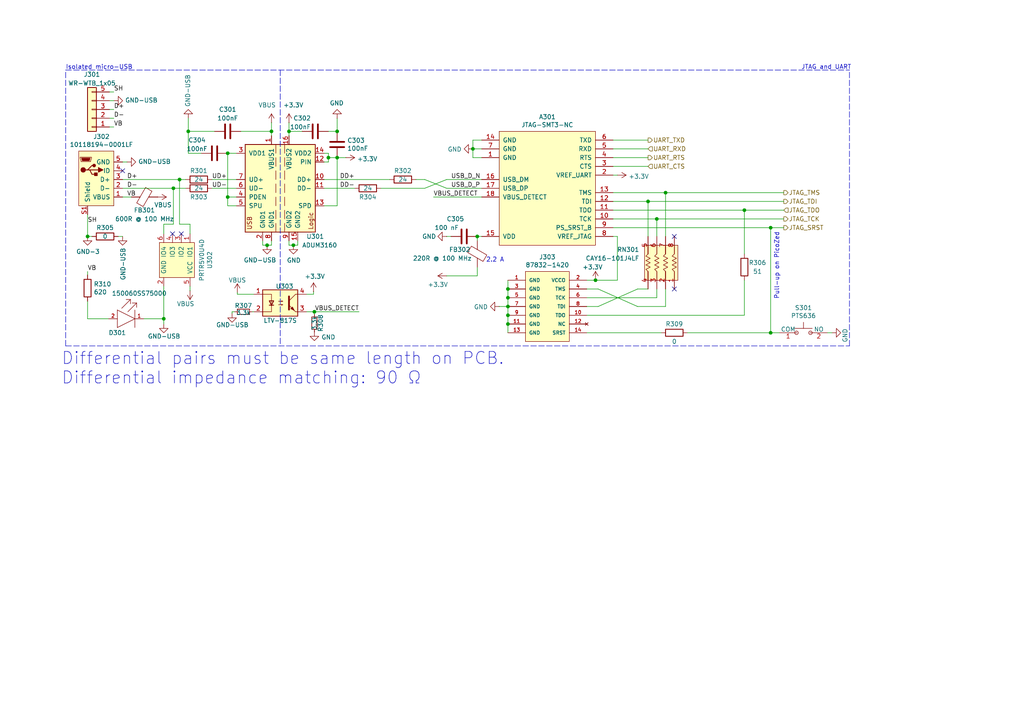
<source format=kicad_sch>
(kicad_sch (version 20231120) (generator "eeschema") (generator_version "8.0")
  (paper "A4")
  (title_block (title "Zynq-Based Master Controller") (date "2020-10-14") (rev "1.0") (company "JFH & SRM"))
  (lib_symbols
    (symbol "Connector_Generic:Conn_01x05" (pin_names (offset 1.016) hide)
      (property "Reference" "J" (at 0 7.62 0))
      (property "Value" "Conn_01x05" (at 0 -7.62 0))
      (symbol "Conn_01x05_1_1"
        (rectangle (start -1.27 -4.953) (end 0 -5.207) (stroke (width 0.1524)))
        (rectangle (start -1.27 -2.413) (end 0 -2.667) (stroke (width 0.1524)))
        (rectangle (start -1.27 0.127) (end 0 -0.127) (stroke (width 0.1524)))
        (rectangle (start -1.27 2.667) (end 0 2.413) (stroke (width 0.1524)))
        (rectangle (start -1.27 5.207) (end 0 4.953) (stroke (width 0.1524)))
        (rectangle (start -1.27 6.35) (end 1.27 -6.35) (stroke (width 0.254)) (fill (type background)))
        (pin passive line (at -5.08 5.08 0) (length 3.81) (name "Pin_1") (number "1"))
        (pin passive line (at -5.08 2.54 0) (length 3.81) (name "Pin_2") (number "2"))
        (pin passive line (at -5.08 0 0) (length 3.81) (name "Pin_3") (number "3"))
        (pin passive line (at -5.08 -2.54 0) (length 3.81) (name "Pin_4") (number "4"))
        (pin passive line (at -5.08 -5.08 0) (length 3.81) (name "Pin_5") (number "5"))
      )
    )
    (symbol "Device:C" (pin_numbers hide) (pin_names (offset 0.254))
      (property "Reference" "C" (at 0.635 2.54 0))
      (property "Value" "C" (at 0.635 -2.54 0))
      (symbol "C_0_1"
        (polyline (pts (xy -2.032 -0.762) (xy 2.032 -0.762)) (stroke (width 0.508)))
        (polyline (pts (xy -2.032 0.762) (xy 2.032 0.762)) (stroke (width 0.508)))
      )
      (symbol "C_1_1"
        (pin passive line (at 0 3.81 270) (length 2.794) (name "~") (number "1"))
        (pin passive line (at 0 -3.81 90) (length 2.794) (name "~") (number "2"))
      )
    )
    (symbol "Device:FerriteBead" (pin_numbers hide) (pin_names (offset 0))
      (property "Reference" "FB" (at -3.81 0.635 90))
      (property "Value" "FerriteBead" (at 3.81 0 90))
      (symbol "FerriteBead_0_1"
        (polyline (pts (xy 0 -1.27) (xy 0 -1.2192)))
        (polyline (pts (xy 0 1.27) (xy 0 1.2954)))
        (polyline (pts (xy -2.7686 0.4064) (xy -1.7018 2.2606) (xy 2.7686 -0.3048) (xy 1.6764 -2.159) (xy -2.7686 0.4064)))
      )
      (symbol "FerriteBead_1_1"
        (pin passive line (at 0 3.81 270) (length 2.54) (name "~") (number "1"))
        (pin passive line (at 0 -3.81 90) (length 2.54) (name "~") (number "2"))
      )
    )
    (symbol "Device:R" (pin_numbers hide) (pin_names (offset 0))
      (property "Reference" "R" (at 2.032 0 90))
      (property "Value" "R" (at 0 0 90))
      (symbol "R_0_1"
        (rectangle (start -1.016 -2.54) (end 1.016 2.54) (stroke (width 0.254)))
      )
      (symbol "R_1_1"
        (pin passive line (at 0 3.81 270) (length 1.27) (name "~") (number "1"))
        (pin passive line (at 0 -3.81 90) (length 1.27) (name "~") (number "2"))
      )
    )
    (symbol "Device:R_Small" (pin_numbers hide) (pin_names (offset 0.254) hide)
      (property "Reference" "R" (at 0.762 0.508 0))
      (property "Value" "R_Small" (at 0.762 -1.016 0))
      (symbol "R_Small_0_1"
        (rectangle (start -0.762 1.778) (end 0.762 -1.778) (stroke (width 0.2032)))
      )
      (symbol "R_Small_1_1"
        (pin passive line (at 0 2.54 270) (length 0.762) (name "~") (number "1"))
        (pin passive line (at 0 -2.54 90) (length 0.762) (name "~") (number "2"))
      )
    )
    (symbol "Interface_USB:ADUM3160" (pin_names (offset 1.016))
      (property "Reference" "U" (at -10.16 13.97 0))
      (property "Value" "ADUM3160" (at 3.81 13.97 0))
      (symbol "ADUM3160_0_0"
        (text "Logic" (at 8.89 -12.065 900) (effects (font (size 1.27 1.27)) (justify left)))
      )
      (symbol "ADUM3160_0_1"
        (rectangle (start -10.16 12.7) (end 10.16 -12.7) (stroke (width 0.254)) (fill (type background)))
        (polyline (pts (xy -1.27 -10.16) (xy -1.27 -12.7)))
        (polyline (pts (xy -1.27 -6.35) (xy -1.27 -8.89)))
        (polyline (pts (xy -1.27 -2.54) (xy -1.27 -5.08)))
        (polyline (pts (xy -1.27 1.27) (xy -1.27 -1.27)))
        (polyline (pts (xy -1.27 5.08) (xy -1.27 2.54)))
        (polyline (pts (xy -1.27 8.89) (xy -1.27 6.35)))
        (polyline (pts (xy -1.27 12.7) (xy -1.27 10.16)))
        (polyline (pts (xy 1.27 -10.16) (xy 1.27 -12.7)))
        (polyline (pts (xy 1.27 -6.35) (xy 1.27 -8.89)))
        (polyline (pts (xy 1.27 -2.54) (xy 1.27 -5.08)))
        (polyline (pts (xy 1.27 1.27) (xy 1.27 -1.27)))
        (polyline (pts (xy 1.27 5.08) (xy 1.27 2.54)))
        (polyline (pts (xy 1.27 8.89) (xy 1.27 6.35)))
        (polyline (pts (xy 1.27 12.7) (xy 1.27 10.16)))
      )
      (symbol "ADUM3160_1_0"
        (text "USB" (at -8.89 -12.065 900) (effects (font (size 1.27 1.27)) (justify left)))
      )
      (symbol "ADUM3160_1_1"
        (pin power_in line (at -2.54 15.24 270) (length 2.54) (name "VBUS1") (number "1"))
        (pin bidirectional line (at 12.7 2.54 180) (length 2.54) (name "DD+") (number "10"))
        (pin bidirectional line (at 12.7 0 180) (length 2.54) (name "DD-") (number "11"))
        (pin input line (at 12.7 7.62 180) (length 2.54) (name "PIN") (number "12"))
        (pin input line (at 12.7 -5.08 180) (length 2.54) (name "SPD") (number "13"))
        (pin power_in line (at 12.7 10.16 180) (length 2.54) (name "VDD2") (number "14"))
        (pin power_in line (at 5.08 -15.24 90) (length 2.54) (name "GND2") (number "15"))
        (pin power_in line (at 2.54 15.24 270) (length 2.54) (name "VBUS2") (number "16"))
        (pin power_in line (at -5.08 -15.24 90) (length 2.54) (name "GND1") (number "2"))
        (pin power_in line (at -12.7 10.16 0) (length 2.54) (name "VDD1") (number "3"))
        (pin input line (at -12.7 -2.54 0) (length 2.54) (name "PDEN") (number "4"))
        (pin input line (at -12.7 -5.08 0) (length 2.54) (name "SPU") (number "5"))
        (pin bidirectional line (at -12.7 0 0) (length 2.54) (name "UD-") (number "6"))
        (pin bidirectional line (at -12.7 2.54 0) (length 2.54) (name "UD+") (number "7"))
        (pin power_in line (at -2.54 -15.24 90) (length 2.54) (name "GND1") (number "8"))
        (pin power_in line (at 2.54 -15.24 90) (length 2.54) (name "GND2") (number "9"))
      )
    )
    (symbol "Isolator:LTV-817S" (pin_names (offset 1.016))
      (property "Reference" "U" (at -3.81 5.08 0))
      (property "Value" "LTV-817S" (at 0 -5.08 0))
      (symbol "LTV-817S_1_1"
        (rectangle (start -5.08 3.81) (end 5.08 -3.81) (stroke (width 0.254)) (fill (type background)))
        (polyline (pts (xy -3.175 -0.635) (xy -1.905 -0.635)) (stroke (width 0.254)))
        (polyline (pts (xy 2.54 0.635) (xy 4.445 2.54)))
        (polyline (pts (xy 4.445 -2.54) (xy 2.54 -0.635)) (fill (type outline)))
        (polyline (pts (xy 4.445 -2.54) (xy 5.08 -2.54)))
        (polyline (pts (xy 4.445 2.54) (xy 5.08 2.54)))
        (polyline (pts (xy -5.08 2.54) (xy -2.54 2.54) (xy -2.54 -0.762)))
        (polyline (pts (xy -2.54 -0.635) (xy -2.54 -2.54) (xy -5.08 -2.54)))
        (polyline (pts (xy 2.54 1.905) (xy 2.54 -1.905) (xy 2.54 -1.905)) (stroke (width 0.508)))
        (polyline (pts (xy -2.54 -0.635) (xy -3.175 0.635) (xy -1.905 0.635) (xy -2.54 -0.635)) (stroke (width 0.254)))
        (polyline (pts (xy -0.508 -0.508) (xy 0.762 -0.508) (xy 0.381 -0.635) (xy 0.381 -0.381) (xy 0.762 -0.508)))
        (polyline (pts (xy -0.508 0.508) (xy 0.762 0.508) (xy 0.381 0.381) (xy 0.381 0.635) (xy 0.762 0.508)))
        (polyline (pts (xy 3.048 -1.651) (xy 3.556 -1.143) (xy 4.064 -2.159) (xy 3.048 -1.651) (xy 3.048 -1.651)) (fill (type outline)))
        (pin passive line (at -7.62 2.54 0) (length 2.54) (name "~") (number "1"))
        (pin passive line (at -7.62 -2.54 0) (length 2.54) (name "~") (number "2"))
        (pin passive line (at 7.62 -2.54 180) (length 2.54) (name "~") (number "3"))
        (pin passive line (at 7.62 2.54 180) (length 2.54) (name "~") (number "4"))
      )
    )
    (symbol "Vikings_actives:PRTR5V0U4D" (pin_names (offset 1.016))
      (property "Reference" "U" (at -3.81 6.35 0))
      (property "Value" "PRTR5V0U4D" (at 0 -6.35 0))
      (symbol "PRTR5V0U4D_0_1"
        (rectangle (start -5.08 5.08) (end 5.08 -5.08) (fill (type background)))
      )
      (symbol "PRTR5V0U4D_1_1"
        (pin input line (at -7.62 3.81 0) (length 2.54) (name "IO1") (number "1"))
        (pin input line (at 7.62 -3.81 180) (length 2.54) (name "GND") (number "2"))
        (pin input line (at -7.62 1.27 0) (length 2.54) (name "IO2") (number "3"))
        (pin input line (at -7.62 -1.27 0) (length 2.54) (name "IO3") (number "4"))
        (pin input line (at 7.62 3.81 180) (length 2.54) (name "VCC") (number "5"))
        (pin input line (at -7.62 -3.81 0) (length 2.54) (name "IO4") (number "6"))
      )
    )
    (symbol "Vikings_connectors:87832-1420" (pin_names (offset 1.016))
      (property "Reference" "J" (at -6.096 10.668 0))
      (property "Value" "87832-1420" (at -6.604 -12.192 0))
      (symbol "87832-1420_0_0"
        (pin passive line (at -11.43 7.62 0) (length 5.08) (name "GND") (number "1"))
        (pin passive line (at 11.43 -2.54 180) (length 5.08) (name "TDO") (number "10"))
        (pin passive line (at -11.43 -5.08 0) (length 5.08) (name "GND") (number "11"))
        (pin no_connect line (at 11.43 -5.08 180) (length 5.08) (name "NC") (number "12"))
        (pin passive line (at -11.43 -7.62 0) (length 5.08) (name "GND") (number "13"))
        (pin passive line (at 11.43 -7.62 180) (length 5.08) (name "SRST") (number "14"))
        (pin passive line (at 11.43 7.62 180) (length 5.08) (name "VCCO") (number "2"))
        (pin passive line (at -11.43 5.08 0) (length 5.08) (name "GND") (number "3"))
        (pin passive line (at 11.43 5.08 180) (length 5.08) (name "TMS") (number "4"))
        (pin passive line (at -11.43 2.54 0) (length 5.08) (name "GND") (number "5"))
        (pin passive line (at 11.43 2.54 180) (length 5.08) (name "TCK") (number "6"))
        (pin passive line (at -11.43 0 0) (length 5.08) (name "GND") (number "7"))
        (pin passive line (at 11.43 0 180) (length 5.08) (name "TDI") (number "8"))
        (pin passive line (at -11.43 -2.54 0) (length 5.08) (name "GND") (number "9"))
      )
      (symbol "87832-1420_0_1"
        (rectangle (start -6.35 10.16) (end 6.35 -10.16) (fill (type background)))
      )
    )
    (symbol "Vikings_connectors:Amphenol_10118194-0001LF" (pin_names (offset 1.016))
      (property "Reference" "J" (at -8.89 6.985 0))
      (property "Value" "Amphenol_10118194-0001LF" (at -21.59 4.445 0))
      (symbol "Amphenol_10118194-0001LF_1_1"
        (rectangle (start -12.7 3.175) (end -2.54 -12.7) (fill (type background)))
        (circle (center -11.43 -2.286) (radius 0.635) (stroke (width 0.254)) (fill (type outline)))
        (circle (center -8.255 -1.016) (radius 0.381) (stroke (width 0.254)) (fill (type outline)))
        (rectangle (start -7.366 -3.175) (end -8.128 -3.937) (stroke (width 0.254)) (fill (type outline)))
        (polyline (pts (xy -9.525 -2.286) (xy -6.985 -2.286)) (stroke (width 0.254)))
        (polyline (pts (xy -10.795 -2.286) (xy -10.16 -2.286) (xy -8.89 -1.016) (xy -8.255 -1.016)) (stroke (width 0.254)))
        (polyline (pts (xy -10.16 -2.286) (xy -9.525 -2.286) (xy -8.89 -3.556) (xy -7.62 -3.556)) (stroke (width 0.254)))
        (polyline (pts (xy -6.985 -1.651) (xy -6.985 -2.921) (xy -5.715 -2.286) (xy -6.985 -1.651)) (stroke (width 0.254)) (fill (type outline)))
        (polyline (pts (xy -11.938 1.143) (xy -9.398 1.143) (xy -9.652 0.381) (xy -11.684 0.381) (xy -11.938 1.143)) (fill (type outline)))
        (polyline (pts (xy -12.319 1.397) (xy -12.319 1.143) (xy -12.065 0.381) (xy -12.065 0.127) (xy -9.271 0.127) (xy -9.271 0.381) (xy -9.017 1.143) (xy -9.017 1.397) (xy -12.319 1.397)))
        (pin power_out line (at 0 -10.16 180) (length 2.54) (name "VBUS") (number "1"))
        (pin bidirectional line (at 0 -7.62 180) (length 2.54) (name "D-") (number "2"))
        (pin bidirectional line (at 0 -5.08 180) (length 2.54) (name "D+") (number "3"))
        (pin passive line (at 0 -2.54 180) (length 2.54) (name "ID") (number "4"))
        (pin power_out line (at 0 0 180) (length 2.54) (name "GND") (number "5"))
        (pin passive line (at -10.16 -15.24 90) (length 2.54) (name "Shield") (number "S1"))
      )
    )
    (symbol "Vikings_misc:GND-3" (power) (pin_names (offset 0))
      (property "Value" "GND-3" (at 0 -3.81 0))
      (symbol "GND-3_0_1"
        (polyline (pts (xy 0 0) (xy 0 -1.27) (xy 1.27 -1.27) (xy 0 -2.54) (xy -1.27 -1.27) (xy 0 -1.27)))
      )
      (symbol "GND-3_1_1"
        (pin power_in line (at 0 0 270) (length 0) hide (name "GND-3") (number "1"))
      )
    )
    (symbol "Vikings_misc:GND-USB" (power) (pin_names (offset 0))
      (property "Value" "GND-USB" (at 0 -3.81 0))
      (symbol "GND-USB_0_1"
        (polyline (pts (xy 0 0) (xy 0 -1.27) (xy 1.27 -1.27) (xy 0 -2.54) (xy -1.27 -1.27) (xy 0 -1.27)))
      )
      (symbol "GND-USB_1_1"
        (pin power_in line (at 0 0 270) (length 0) hide (name "GND-USB") (number "1"))
      )
    )
    (symbol "Vikings_misc:JTAG-SMT3-NC" (pin_names (offset 1.016))
      (property "Reference" "A" (at -11.43 -17.78 0))
      (property "Value" "JTAG-SMT3-NC" (at 0 17.78 0))
      (symbol "JTAG-SMT3-NC_0_1"
        (rectangle (start -13.97 16.51) (end 13.97 -16.51) (fill (type background)))
      )
      (symbol "JTAG-SMT3-NC_1_1"
        (pin input line (at 19.05 -8.89 180) (length 5.08) (name "GND") (number "1"))
        (pin input line (at -19.05 8.89 0) (length 5.08) (name "TCK") (number "10"))
        (pin input line (at -19.05 6.35 0) (length 5.08) (name "TDO") (number "11"))
        (pin input line (at -19.05 3.81 0) (length 5.08) (name "TDI") (number "12"))
        (pin input line (at -19.05 1.27 0) (length 5.08) (name "TMS") (number "13"))
        (pin input line (at 19.05 -13.97 180) (length 5.08) (name "GND") (number "14"))
        (pin input line (at 19.05 13.97 180) (length 5.08) (name "VDD") (number "15"))
        (pin input line (at 19.05 -2.54 180) (length 5.08) (name "USB_DM") (number "16"))
        (pin input line (at 19.05 0 180) (length 5.08) (name "USB_DP") (number "17"))
        (pin input line (at 19.05 2.54 180) (length 5.08) (name "VBUS_DETECT") (number "18"))
        (pin input line (at -19.05 -3.81 0) (length 5.08) (name "VREF_UART") (number "2"))
        (pin input line (at -19.05 -6.35 0) (length 5.08) (name "CTS") (number "3"))
        (pin input line (at -19.05 -8.89 0) (length 5.08) (name "RTS") (number "4"))
        (pin input line (at -19.05 -11.43 0) (length 5.08) (name "RXD") (number "5"))
        (pin input line (at -19.05 -13.97 0) (length 5.08) (name "TXD") (number "6"))
        (pin input line (at 19.05 -11.43 180) (length 5.08) (name "GND") (number "7"))
        (pin input line (at -19.05 13.97 0) (length 5.08) (name "VREF_JTAG") (number "8"))
        (pin input line (at -19.05 11.43 0) (length 5.08) (name "PS_SRST_B") (number "9"))
      )
    )
    (symbol "Vikings_misc:PTS636_SK43_SMTR_LFS" (pin_names (offset 0))
      (property "Reference" "S" (at 19.05 7.62 0))
      (property "Value" "PTS636_SK43_SMTR_LFS" (at 19.05 5.08 0))
      (symbol "PTS636_SK43_SMTR_LFS_1_1"
        (polyline (pts (xy 6.985 1.27) (xy 6.985 3.048)))
        (polyline (pts (xy 9.525 1.27) (xy 4.445 1.27)))
        (circle (center 4.953 0) (radius 0.508))
        (circle (center 9.017 0) (radius 0.508))
        (pin passive line (at 0 0 0) (length 5.08) (name "COM") (number "1"))
        (pin passive line (at 13.97 0 180) (length 5.08) (name "NO") (number "2"))
      )
    )
    (symbol "Vikings_passives:150060SS75000" (pin_names (offset 1.016))
      (property "Reference" "LED" (at 0 10.16 0))
      (property "Value" "150060SS75000" (at 0 12.7 0))
      (symbol "150060SS75000_1_1"
        (polyline (pts (xy 0 -2.54) (xy 5.08 0)))
        (polyline (pts (xy 0 2.54) (xy 0 -2.54)))
        (polyline (pts (xy 0 2.54) (xy 5.08 0)))
        (polyline (pts (xy 1.27 3.048) (xy 3.81 5.588)))
        (polyline (pts (xy 3.048 2.032) (xy 5.588 4.572)))
        (polyline (pts (xy 3.81 5.588) (xy 2.54 5.588)))
        (polyline (pts (xy 3.81 5.588) (xy 3.81 4.318)))
        (polyline (pts (xy 5.08 2.54) (xy 5.08 -2.54)))
        (polyline (pts (xy 5.588 4.572) (xy 4.318 4.572)))
        (polyline (pts (xy 5.588 4.572) (xy 5.588 3.302)))
        (pin passive line (at 7.62 0 180) (length 2.54) (name "CATHODE") (number "1"))
        (pin passive line (at -2.54 0 0) (length 2.54) (name "ANODE") (number "2"))
      )
    )
    (symbol "Vikings_passives:CAY16-101J4LF" (pin_names (offset 1.016) hide)
      (property "Reference" "RN" (at 5.715 5.08 0))
      (property "Value" "CAY16-101J4LF" (at -0.635 2.54 0))
      (symbol "CAY16-101J4LF_0_1"
        (polyline (pts (xy 2.54 -7.62) (xy 5.08 -7.62) (xy 5.715 -8.255) (xy 6.35 -6.985) (xy 6.985 -8.255) (xy 7.62 -6.985) (xy 8.255 -8.255) (xy 8.89 -6.985) (xy 9.525 -8.255) (xy 10.16 -7.62) (xy 12.7 -7.62)))
      )
      (symbol "CAY16-101J4LF_1_1"
        (polyline (pts (xy 2.54 -5.08) (xy 5.08 -5.08) (xy 5.715 -5.715) (xy 6.35 -4.445) (xy 6.985 -5.715) (xy 7.62 -4.445) (xy 8.255 -5.715) (xy 8.89 -4.445) (xy 9.525 -5.715) (xy 10.16 -5.08) (xy 12.7 -5.08)))
        (polyline (pts (xy 2.54 -2.54) (xy 5.08 -2.54) (xy 5.715 -3.175) (xy 6.35 -1.905) (xy 6.985 -3.175) (xy 7.62 -1.905) (xy 8.255 -3.175) (xy 8.89 -1.905) (xy 9.525 -3.175) (xy 10.16 -2.54) (xy 12.7 -2.54)))
        (polyline (pts (xy 2.54 0) (xy 5.08 0) (xy 5.715 -0.635) (xy 6.35 0.635) (xy 6.985 -0.635) (xy 7.62 0.635) (xy 8.255 -0.635) (xy 8.89 0.635) (xy 9.525 -0.635) (xy 10.16 0) (xy 12.7 0)))
        (rectangle (start 2.54 -8.6106) (end 12.7 1.0414) (fill (type background)))
        (pin passive line (at 0 0 0) (length 5.08) (name "1") (number "1"))
        (pin passive line (at 0 -2.54 0) (length 5.08) (name "2") (number "2"))
        (pin passive line (at 0 -5.08 0) (length 5.08) (name "3") (number "3"))
        (pin passive line (at 0 -7.62 0) (length 5.08) (name "4") (number "4"))
        (pin passive line (at 15.24 -7.62 180) (length 5.08) (name "5") (number "5"))
        (pin passive line (at 15.24 -5.08 180) (length 5.08) (name "6") (number "6"))
        (pin passive line (at 15.24 -2.54 180) (length 5.08) (name "7") (number "7"))
        (pin passive line (at 15.24 0 180) (length 5.08) (name "8") (number "8"))
      )
    )
    (symbol "power:+3.3V" (power) (pin_numbers hide) (pin_names (offset 0) hide)
      (property "Value" "+3.3V" (at 0 3.556 0))
      (symbol "+3.3V_0_1"
        (polyline (pts (xy -0.762 1.27) (xy 0 2.54)))
        (polyline (pts (xy 0 0) (xy 0 2.54)))
        (polyline (pts (xy 0 2.54) (xy 0.762 1.27)))
      )
      (symbol "+3.3V_1_1"
        (pin power_in line (at 0 0 90) (length 0) (name "~") (number "1"))
      )
    )
    (symbol "power:GND" (power) (pin_numbers hide) (pin_names (offset 0) hide)
      (property "Value" "GND" (at 0 -3.81 0))
      (symbol "GND_0_1"
        (polyline (pts (xy 0 0) (xy 0 -1.27) (xy 1.27 -1.27) (xy 0 -2.54) (xy -1.27 -1.27) (xy 0 -1.27)))
      )
      (symbol "GND_1_1"
        (pin power_in line (at 0 0 270) (length 0) (name "~") (number "1"))
      )
    )
    (symbol "power:VBUS" (power) (pin_numbers hide) (pin_names (offset 0) hide)
      (property "Value" "VBUS" (at 0 3.556 0))
      (symbol "VBUS_0_1"
        (polyline (pts (xy -0.762 1.27) (xy 0 2.54)))
        (polyline (pts (xy 0 0) (xy 0 2.54)))
        (polyline (pts (xy 0 2.54) (xy 0.762 1.27)))
      )
      (symbol "VBUS_1_1"
        (pin power_in line (at 0 0 90) (length 0) (name "~") (number "1"))
      )
    )
  )
  (junction (at 97.79 38.1))
  (junction (at 47.498 92.456))
  (junction (at 147.32 83.82))
  (junction (at 138.43 68.58))
  (junction (at 66.04 57.15))
  (junction (at 147.32 86.36))
  (junction (at 50.292 54.61))
  (junction (at 215.9 60.96))
  (junction (at 54.61 38.1))
  (junction (at 83.82 38.1))
  (junction (at 223.52 96.52))
  (junction (at 172.72 81.28))
  (junction (at 187.96 58.42))
  (junction (at 147.32 88.9))
  (junction (at 95.25 45.72))
  (junction (at 223.52 66.04))
  (junction (at 52.07 52.07))
  (junction (at 190.5 63.5))
  (junction (at 193.04 55.88))
  (junction (at 137.16 43.18))
  (junction (at 78.74 38.1))
  (junction (at 147.32 93.98))
  (junction (at 85.09 71.12))
  (junction (at 25.4 68.58))
  (junction (at 91.186 90.424))
  (junction (at 147.32 91.44))
  (junction (at 97.79 45.72))
  (junction (at 77.47 71.12))
  (junction (at 66.04 44.45))
  (no_connect (at 195.58 68.58))
  (no_connect (at 50.038 67.818))
  (no_connect (at 52.578 67.818))
  (no_connect (at 195.58 83.82))
  (no_connect (at 35.56 49.53))
  (wire (pts (xy 83.82 38.1) (xy 83.82 39.37)))
  (wire (pts (xy 123.19 54.61) (xy 129.54 52.07)))
  (wire (pts (xy 177.8 68.58) (xy 179.07 68.58)))
  (wire (pts (xy 83.82 71.12) (xy 85.09 71.12)))
  (wire (pts (xy 47.498 92.456) (xy 47.498 93.98)))
  (wire (pts (xy 34.29 68.58) (xy 35.56 68.58)))
  (wire (pts (xy 170.18 91.44) (xy 215.9 91.44)))
  (wire (pts (xy 240.03 96.52) (xy 241.3 96.52)))
  (wire (pts (xy 170.18 88.9) (xy 173.482 88.9)))
  (wire (pts (xy 223.52 66.04) (xy 227.33 66.04)))
  (wire (pts (xy 85.09 71.12) (xy 86.36 71.12)))
  (wire (pts (xy 190.5 63.5) (xy 227.33 63.5)))
  (wire (pts (xy 113.03 52.07) (xy 93.98 52.07)))
  (wire (pts (xy 187.96 58.42) (xy 227.33 58.42)))
  (wire (pts (xy 170.18 81.28) (xy 172.72 81.28)))
  (wire (pts (xy 54.61 38.1) (xy 54.61 44.45)))
  (wire (pts (xy 177.8 66.04) (xy 223.52 66.04)))
  (wire (pts (xy 226.06 96.52) (xy 223.52 96.52)))
  (wire (pts (xy 170.18 86.36) (xy 190.5 86.36)))
  (wire (pts (xy 78.74 71.12) (xy 77.47 71.12)))
  (wire (pts (xy 69.85 38.1) (xy 78.74 38.1)))
  (wire (pts (xy 76.2 71.12) (xy 76.2 69.85)))
  (wire (pts (xy 177.8 60.96) (xy 215.9 60.96)))
  (wire (pts (xy 193.04 55.88) (xy 227.33 55.88)))
  (wire (pts (xy 88.9 90.424) (xy 91.186 90.424)))
  (wire (pts (xy 62.23 38.1) (xy 54.61 38.1)))
  (wire (pts (xy 93.98 54.61) (xy 102.87 54.61)))
  (wire (pts (xy 147.32 91.44) (xy 147.32 93.98)))
  (wire (pts (xy 31.75 34.29) (xy 33.02 34.29)))
  (wire (pts (xy 193.04 88.9) (xy 184.912 88.9)))
  (wire (pts (xy 61.468 54.61) (xy 68.58 54.61)))
  (polyline (pts (xy 19.05 20.32) (xy 246.38 20.32)) (stroke (width 0) (type dash)))
  (wire (pts (xy 170.18 96.52) (xy 191.77 96.52)))
  (wire (pts (xy 35.56 46.99) (xy 36.83 46.99)))
  (polyline (pts (xy 19.05 100.33) (xy 19.05 20.32)) (stroke (width 0) (type dash)))
  (wire (pts (xy 38.1 57.15) (xy 35.56 57.15)))
  (wire (pts (xy 31.75 29.21) (xy 33.02 29.21)))
  (wire (pts (xy 66.04 44.45) (xy 66.04 57.15)))
  (wire (pts (xy 193.04 68.58) (xy 193.04 55.88)))
  (wire (pts (xy 50.292 65.024) (xy 50.292 54.61)))
  (wire (pts (xy 31.75 26.67) (xy 33.02 26.67)))
  (wire (pts (xy 187.96 83.82) (xy 184.912 83.82)))
  (wire (pts (xy 110.49 54.61) (xy 123.19 54.61)))
  (wire (pts (xy 223.52 66.04) (xy 223.52 96.52)))
  (wire (pts (xy 55.118 67.818) (xy 55.118 65.024)))
  (wire (pts (xy 95.25 45.72) (xy 97.79 45.72)))
  (wire (pts (xy 47.498 67.818) (xy 47.498 65.024)))
  (wire (pts (xy 177.8 58.42) (xy 187.96 58.42)))
  (wire (pts (xy 177.8 63.5) (xy 190.5 63.5)))
  (wire (pts (xy 139.7 68.58) (xy 138.43 68.58)))
  (wire (pts (xy 66.04 59.69) (xy 68.58 59.69)))
  (wire (pts (xy 91.186 90.424) (xy 104.14 90.424)))
  (wire (pts (xy 147.32 83.82) (xy 147.32 86.36)))
  (wire (pts (xy 147.32 88.9) (xy 147.32 91.44)))
  (wire (pts (xy 177.8 43.18) (xy 187.96 43.18)))
  (wire (pts (xy 177.8 40.64) (xy 187.96 40.64)))
  (wire (pts (xy 55.118 65.024) (xy 52.07 65.024)))
  (wire (pts (xy 199.39 96.52) (xy 223.52 96.52)))
  (wire (pts (xy 97.79 34.29) (xy 97.79 38.1)))
  (wire (pts (xy 177.8 48.26) (xy 187.96 48.26)))
  (wire (pts (xy 138.43 77.47) (xy 138.43 80.01)))
  (wire (pts (xy 31.75 36.83) (xy 33.02 36.83)))
  (wire (pts (xy 139.7 40.64) (xy 137.16 40.64)))
  (wire (pts (xy 88.9 85.344) (xy 90.932 85.344)))
  (wire (pts (xy 50.292 54.61) (xy 53.848 54.61)))
  (wire (pts (xy 138.43 68.58) (xy 138.43 69.85)))
  (wire (pts (xy 125.73 57.15) (xy 139.7 57.15)))
  (wire (pts (xy 67.31 90.424) (xy 67.31 90.932)))
  (wire (pts (xy 177.8 45.72) (xy 187.96 45.72)))
  (wire (pts (xy 25.4 92.456) (xy 31.496 92.456)))
  (wire (pts (xy 83.82 35.56) (xy 83.82 38.1)))
  (wire (pts (xy 120.65 52.07) (xy 123.19 52.07)))
  (wire (pts (xy 137.16 45.72) (xy 137.16 43.18)))
  (wire (pts (xy 190.5 83.82) (xy 190.5 86.36)))
  (wire (pts (xy 187.96 68.58) (xy 187.96 58.42)))
  (wire (pts (xy 41.656 92.456) (xy 47.498 92.456)))
  (wire (pts (xy 147.32 86.36) (xy 147.32 88.9)))
  (wire (pts (xy 215.9 60.96) (xy 227.33 60.96)))
  (wire (pts (xy 86.36 71.12) (xy 86.36 69.85)))
  (wire (pts (xy 47.498 65.024) (xy 50.292 65.024)))
  (wire (pts (xy 130.81 68.58) (xy 129.54 68.58)))
  (wire (pts (xy 147.32 88.9) (xy 144.78 88.9)))
  (wire (pts (xy 68.834 85.344) (xy 73.66 85.344)))
  (wire (pts (xy 190.5 68.58) (xy 190.5 63.5)))
  (wire (pts (xy 54.61 34.29) (xy 54.61 38.1)))
  (wire (pts (xy 52.07 52.07) (xy 53.848 52.07)))
  (wire (pts (xy 90.932 85.344) (xy 90.932 84.582)))
  (wire (pts (xy 137.16 40.64) (xy 137.16 43.18)))
  (wire (pts (xy 55.118 83.058) (xy 55.118 84.328)))
  (wire (pts (xy 95.25 38.1) (xy 97.79 38.1)))
  (wire (pts (xy 77.47 71.12) (xy 76.2 71.12)))
  (wire (pts (xy 73.66 90.424) (xy 73.152 90.424)))
  (wire (pts (xy 66.04 57.15) (xy 66.04 59.69)))
  (wire (pts (xy 100.33 45.72) (xy 97.79 45.72)))
  (wire (pts (xy 93.98 46.99) (xy 95.25 46.99)))
  (wire (pts (xy 78.74 69.85) (xy 78.74 71.12)))
  (wire (pts (xy 66.04 57.15) (xy 68.58 57.15)))
  (wire (pts (xy 170.18 83.82) (xy 173.482 83.82)))
  (wire (pts (xy 179.07 68.58) (xy 179.07 81.28)))
  (wire (pts (xy 91.186 91.186) (xy 91.186 90.424)))
  (wire (pts (xy 129.54 52.07) (xy 139.7 52.07)))
  (wire (pts (xy 215.9 73.66) (xy 215.9 60.96)))
  (wire (pts (xy 68.072 90.424) (xy 67.31 90.424)))
  (wire (pts (xy 95.25 44.45) (xy 93.98 44.45)))
  (wire (pts (xy 78.74 38.1) (xy 78.74 35.56)))
  (wire (pts (xy 129.54 80.01) (xy 138.43 80.01)))
  (wire (pts (xy 25.4 68.58) (xy 26.67 68.58)))
  (wire (pts (xy 35.56 52.07) (xy 52.07 52.07)))
  (wire (pts (xy 193.04 88.9) (xy 193.04 83.82)))
  (wire (pts (xy 31.75 31.75) (xy 33.02 31.75)))
  (wire (pts (xy 147.32 93.98) (xy 147.32 96.52)))
  (wire (pts (xy 61.468 52.07) (xy 68.58 52.07)))
  (wire (pts (xy 25.4 62.23) (xy 25.4 68.58)))
  (wire (pts (xy 52.07 65.024) (xy 52.07 52.07)))
  (wire (pts (xy 177.8 55.88) (xy 193.04 55.88)))
  (wire (pts (xy 172.72 81.28) (xy 179.07 81.28)))
  (wire (pts (xy 68.58 44.45) (xy 66.04 44.45)))
  (wire (pts (xy 177.8 50.8) (xy 179.07 50.8)))
  (wire (pts (xy 215.9 91.44) (xy 215.9 81.28)))
  (wire (pts (xy 95.25 46.99) (xy 95.25 45.72)))
  (polyline (pts (xy 246.38 100.33) (xy 246.38 20.32)) (stroke (width 0) (type dash)))
  (wire (pts (xy 25.4 78.74) (xy 25.4 79.756)))
  (wire (pts (xy 97.79 59.69) (xy 97.79 45.72)))
  (wire (pts (xy 83.82 69.85) (xy 83.82 71.12)))
  (wire (pts (xy 129.54 54.61) (xy 139.7 54.61)))
  (polyline (pts (xy 81.28 20.32) (xy 81.28 100.33)) (stroke (width 0) (type dash)))
  (wire (pts (xy 25.4 87.376) (xy 25.4 92.456)))
  (wire (pts (xy 83.82 38.1) (xy 87.63 38.1)))
  (polyline (pts (xy 19.05 100.33) (xy 246.38 100.33)) (stroke (width 0) (type dash)))
  (wire (pts (xy 78.74 38.1) (xy 78.74 39.37)))
  (wire (pts (xy 68.834 84.836) (xy 68.834 85.344)))
  (wire (pts (xy 173.482 83.82) (xy 184.912 88.9)))
  (wire (pts (xy 35.56 54.61) (xy 50.292 54.61)))
  (wire (pts (xy 123.19 52.07) (xy 129.54 54.61)))
  (wire (pts (xy 95.25 45.72) (xy 95.25 44.45)))
  (wire (pts (xy 137.16 43.18) (xy 139.7 43.18)))
  (wire (pts (xy 47.498 83.058) (xy 47.498 92.456)))
  (wire (pts (xy 147.32 81.28) (xy 147.32 83.82)))
  (wire (pts (xy 93.98 59.69) (xy 97.79 59.69)))
  (wire (pts (xy 58.42 44.45) (xy 54.61 44.45)))
  (wire (pts (xy 173.482 88.9) (xy 184.912 83.82)))
  (wire (pts (xy 139.7 45.72) (xy 137.16 45.72)))
  (text "2.2 A" (at 140.97 76.2 0) (effects (font (size 1.27 1.27)) (justify left bottom)))
  (text "Isolated micro-USB" (at 19.05 20.32 0) (effects (font (size 1.27 1.27)) (justify left bottom)))
  (text "Differential pairs must be same length on PCB.\nDifferential impedance matching: 90 Ω" (at 17.78 111.76 0) (effects (font (size 3.5052 3.5052)) (justify left bottom)))
  (text "Pull-up on PicoZed" (at 226.06 67.31 90) (effects (font (size 1.27 1.27)) (justify right bottom)))
  (text "JTAG and UART" (at 232.41 20.32 0) (effects (font (size 1.27 1.27)) (justify left bottom)))
  (label "USB_D_P" (at 130.81 54.61 0))
  (label "SH" (at 25.4 64.77 0))
  (label "VBUS_DETECT" (at 125.73 57.15 0))
  (label "DD+" (at 98.552 52.07 0))
  (label "D+" (at 33.02 31.75 0))
  (label "UD-" (at 61.468 54.61 0))
  (label "DD-" (at 98.552 54.61 0))
  (label "D-" (at 33.02 34.29 0))
  (label "VB" (at 25.4 78.74 0))
  (label "VB" (at 33.02 36.83 0))
  (label "D+" (at 36.83 52.07 0))
  (label "VB" (at 36.83 57.15 0))
  (label "SH" (at 33.02 26.67 0))
  (label "UD+" (at 61.468 52.07 0))
  (label "VBUS_DETECT" (at 104.14 90.424 180))
  (label "USB_D_N" (at 130.81 52.07 0))
  (label "D-" (at 36.83 54.61 0))
  (hierarchical_label "UART_RXD" (shape input) (at 187.96 43.18 0))
  (hierarchical_label "JTAG_TMS" (shape output) (at 227.33 55.88 0))
  (hierarchical_label "UART_CTS" (shape input) (at 187.96 48.26 0))
  (hierarchical_label "JTAG_TDO" (shape input) (at 227.33 60.96 0))
  (hierarchical_label "UART_TXD" (shape output) (at 187.96 40.64 0))
  (hierarchical_label "UART_RTS" (shape output) (at 187.96 45.72 0))
  (hierarchical_label "JTAG_TDI" (shape output) (at 227.33 58.42 0))
  (hierarchical_label "JTAG_TCK" (shape output) (at 227.33 63.5 0))
  (hierarchical_label "JTAG_SRST" (shape output) (at 227.33 66.04 0))
  (symbol (lib_id "Interface_USB:ADUM3160") (at 81.28 54.61 0) (unit 1)
    (property "Reference" "U301" (at 91.44 68.58 0))
    (property "Value" "ADUM3160" (at 92.71 71.12 0))
    (property "Footprint" "Package_SO:SOIC-16W_7.5x10.3mm_P1.27mm" (effects (hide yes)))
    (property "Datasheet" "https://www.analog.com/media/en/technical-documentation/data-sheets/ADuM3160.pdf" (effects (hide yes)))
  )
  (symbol (lib_id "Vikings_misc:JTAG-SMT3-NC") (at 158.75 54.61 180) (unit 1)
    (property "Reference" "A301" (at 158.75 33.909 0))
    (property "Value" "JTAG-SMT3-NC" (at 158.75 36.2204 0))
    (property "Footprint" "Vikings_devices:JTAG-SMT3-NC" (effects (hide yes)))
  )
  (symbol (lib_id "Vikings_actives:PRTR5V0U4D") (at 51.308 75.438 270) (unit 1)
    (property "Reference" "U302" (at 60.833 75.438 0))
    (property "Value" "PRTR5V0U4D" (at 58.5216 75.438 0))
    (property "Footprint" "Vikings_devices:SOP95P275X110-6N" (effects (hide yes)))
    (property "Datasheet" "https://assets.nexperia.com/documents/data-sheet/PRTR5V0U4D.pdf" (effects (hide yes)))
  )
  (symbol (lib_id "Vikings_connectors:87832-1420") (at 158.75 88.9 0) (unit 1)
    (property "Reference" "J303" (at 158.75 74.549 0))
    (property "Value" "87832-1420" (at 158.75 76.8604 0))
    (property "Footprint" "Vikings_connectors:MOLEX_87832-1420" (effects (hide yes)))
    (property "Datasheet" "MOLEX" (effects (hide yes)))
  )
  (symbol (lib_id "Device:FerriteBead") (at 41.91 57.15 90) (unit 1)
    (property "Reference" "FB301" (at 41.91 60.96 90))
    (property "Value" "600R @ 100 MHz" (at 41.91 63.5 90))
    (property "Footprint" "Inductor_SMD:L_0603_1608Metric" (effects (hide yes)))
    (property "Description" "Ferrite bead" (effects (hide yes)))
    (property "Name" "MPZ1608S601ATA00" (effects (hide yes)))
  )
  (symbol (lib_id "power:VBUS") (at 45.72 57.15 270) (unit 1)
    (property "Reference" "#PWR0110" (effects (hide yes)))
    (property "Value" "VBUS" (at 44.704 59.436 90) (effects (justify left)))
  )
  (symbol (lib_id "power:VBUS") (at 55.118 84.328 180) (unit 1)
    (property "Reference" "#PWR0111" (effects (hide yes)))
    (property "Value" "VBUS" (at 56.388 88.138 0) (effects (justify left)))
  )
  (symbol (lib_id "power:VBUS") (at 78.74 35.56 0) (unit 1)
    (property "Reference" "#PWR0112" (effects (hide yes)))
    (property "Value" "VBUS" (at 77.47 30.48 0))
  )
  (symbol (lib_id "Vikings_misc:GND-USB") (at 36.83 46.99 90) (unit 1)
    (property "Reference" "#PWR0113" (effects (hide yes)))
    (property "Value" "GND-USB" (at 40.0812 46.863 90) (effects (justify right)))
  )
  (symbol (lib_id "Vikings_misc:GND-USB") (at 35.56 68.58 0) (unit 1)
    (property "Reference" "#PWR0114" (effects (hide yes)))
    (property "Value" "GND-USB" (at 35.687 71.8312 90) (effects (justify right)))
  )
  (symbol (lib_id "Vikings_misc:GND-USB") (at 67.31 90.932 0) (unit 1)
    (property "Reference" "#PWR0115" (effects (hide yes)))
    (property "Value" "GND-USB" (at 72.136 94.234 0) (effects (justify right)))
  )
  (symbol (lib_id "Vikings_misc:GND-USB") (at 77.47 71.12 0) (unit 1)
    (property "Reference" "#PWR0116" (effects (hide yes)))
    (property "Value" "GND-USB" (at 80.137 75.438 0) (effects (justify right)))
  )
  (symbol (lib_id "Device:R") (at 57.658 52.07 270) (unit 1)
    (property "Reference" "R301" (at 57.658 49.53 90))
    (property "Value" "24" (at 57.658 52.07 90))
    (property "Footprint" "Resistor_SMD:R_0603_1608Metric" (effects (hide yes)))
  )
  (symbol (lib_id "Device:R") (at 57.658 54.61 270) (unit 1)
    (property "Reference" "R303" (at 57.658 57.15 90))
    (property "Value" "24" (at 57.658 54.61 90))
    (property "Footprint" "Resistor_SMD:R_0603_1608Metric" (effects (hide yes)))
  )
  (symbol (lib_id "Device:C") (at 66.04 38.1 270) (unit 1)
    (property "Reference" "C301" (at 66.04 31.75 90))
    (property "Value" "100nF" (at 66.04 34.29 90))
    (property "Footprint" "Capacitor_SMD:C_0603_1608Metric" (effects (hide yes)))
  )
  (symbol (lib_id "Device:C") (at 62.23 44.45 270) (unit 1)
    (property "Reference" "C304" (at 57.15 40.64 90))
    (property "Value" "100nF" (at 57.15 43.18 90))
    (property "Footprint" "Capacitor_SMD:C_0603_1608Metric" (effects (hide yes)))
  )
  (symbol (lib_id "Vikings_misc:GND-USB") (at 54.61 34.29 180) (unit 1)
    (property "Reference" "#PWR0117" (effects (hide yes)))
    (property "Value" "GND-USB" (at 54.483 31.0388 90) (effects (justify right)))
  )
  (symbol (lib_id "power:+3.3V") (at 83.82 35.56 0) (unit 1)
    (property "Reference" "#PWR0118" (effects (hide yes)))
    (property "Value" "+3.3V" (at 85.09 30.48 0))
  )
  (symbol (lib_id "power:+3.3V") (at 100.33 45.72 270) (unit 1)
    (property "Reference" "#PWR0119" (effects (hide yes)))
    (property "Value" "+3.3V" (at 103.5812 46.101 90) (effects (justify left)))
  )
  (symbol (lib_id "Device:C") (at 91.44 38.1 270) (unit 1)
    (property "Reference" "C302" (at 87.63 34.29 90))
    (property "Value" "100nF" (at 87.122 36.83 90))
    (property "Footprint" "Capacitor_SMD:C_0603_1608Metric" (effects (hide yes)))
  )
  (symbol (lib_id "Device:C") (at 97.79 41.91 0) (unit 1)
    (property "Reference" "C303" (at 100.711 40.7416 0) (effects (justify left)))
    (property "Value" "100nF" (at 100.711 43.053 0) (effects (justify left)))
    (property "Footprint" "Capacitor_SMD:C_0603_1608Metric" (effects (hide yes)))
  )
  (symbol (lib_id "power:GND") (at 85.09 71.12 0) (unit 1)
    (property "Reference" "#PWR0121" (effects (hide yes)))
    (property "Value" "GND" (at 85.217 75.5142 0))
  )
  (symbol (lib_id "power:GND") (at 137.16 43.18 270) (unit 1)
    (property "Reference" "#PWR0122" (effects (hide yes)))
    (property "Value" "GND" (at 133.9088 43.307 90) (effects (justify right)))
  )
  (symbol (lib_id "power:+3.3V") (at 129.54 80.01 90) (unit 1)
    (property "Reference" "#PWR0123" (effects (hide yes)))
    (property "Value" "+3.3V" (at 127 82.55 90))
  )
  (symbol (lib_id "power:GND") (at 129.54 68.58 270) (unit 1)
    (property "Reference" "#PWR0124" (effects (hide yes)))
    (property "Value" "GND" (at 124.46 68.58 90))
  )
  (symbol (lib_id "Device:R") (at 106.68 54.61 270) (unit 1)
    (property "Reference" "R304" (at 106.68 57.15 90))
    (property "Value" "24" (at 106.68 54.61 90))
    (property "Footprint" "Resistor_SMD:R_0603_1608Metric" (effects (hide yes)))
  )
  (symbol (lib_id "Device:R") (at 116.84 52.07 270) (unit 1)
    (property "Reference" "R302" (at 116.84 49.53 90))
    (property "Value" "24" (at 116.84 52.07 90))
    (property "Footprint" "Resistor_SMD:R_0603_1608Metric" (effects (hide yes)))
  )
  (symbol (lib_id "power:+3.3V") (at 179.07 50.8 270) (unit 1)
    (property "Reference" "#PWR0125" (effects (hide yes)))
    (property "Value" "+3.3V" (at 182.3212 51.181 90) (effects (justify left)))
  )
  (symbol (lib_id "power:+3.3V") (at 172.72 81.28 0) (unit 1)
    (property "Reference" "#PWR0127" (effects (hide yes)))
    (property "Value" "+3.3V" (at 168.91 77.47 0) (effects (justify left)))
  )
  (symbol (lib_id "Device:R") (at 30.48 68.58 270) (unit 1)
    (property "Reference" "R305" (at 30.48 66.04 90))
    (property "Value" "0" (at 30.48 68.58 90))
    (property "Footprint" "Resistor_SMD:R_1210_3225Metric" (effects (hide yes)))
  )
  (symbol (lib_id "power:GND") (at 241.3 96.52 90) (unit 1)
    (property "Reference" "#PWR0128" (effects (hide yes)))
    (property "Value" "GND" (at 245.11 95.25 0) (effects (justify right)))
  )
  (symbol (lib_id "Device:R") (at 195.58 96.52 270) (unit 1)
    (property "Reference" "R309" (at 195.58 93.98 90))
    (property "Value" "0" (at 195.58 99.06 90))
    (property "Footprint" "Resistor_SMD:R_0603_1608Metric" (effects (hide yes)))
  )
  (symbol (lib_id "Vikings_passives:CAY16-101J4LF") (at 195.58 83.82 270) (mirror x) (unit 1)
    (property "Reference" "RN301" (at 185.42 72.39 90) (effects (justify right)))
    (property "Value" "CAY16-101J4LF" (at 185.42 74.93 90) (effects (justify right)))
    (property "Footprint" "Vikings_devices:RESCAF80P320X160X60-8N" (effects (hide yes)))
    (property "Field4" "Bourns" (effects (hide yes)))
  )
  (symbol (lib_id "Device:R") (at 215.9 77.47 180) (unit 1)
    (property "Reference" "R306" (at 219.71 76.2 0))
    (property "Value" "51" (at 219.71 78.74 0))
    (property "Footprint" "Resistor_SMD:R_0603_1608Metric" (effects (hide yes)))
  )
  (symbol (lib_id "power:GND") (at 144.78 88.9 270) (unit 1)
    (property "Reference" "#PWR0129" (effects (hide yes)))
    (property "Value" "GND" (at 141.5288 89.027 90) (effects (justify right)))
  )
  (symbol (lib_id "Vikings_connectors:Amphenol_10118194-0001LF") (at 35.56 46.99 0) (unit 1)
    (property "Reference" "J302" (at 29.4132 39.624 0))
    (property "Value" "10118194-0001LF" (at 29.4132 41.9354 0))
    (property "Footprint" "Vikings_connectors:Amphenol_10118194-0001LF" (effects (hide yes)))
    (property "Datasheet" "None" (effects (hide yes)))
    (property "Field4" "Amphenol ICC" (effects (hide yes)))
    (property "Field5" "None" (effects (hide yes)))
    (property "Field6" "10118194-0001LF" (effects (hide yes)))
    (property "Field7" "Micro Usb, 2.0 Type b, Rcpt, Smt" (effects (hide yes)))
    (property "Field8" "Unavailable" (effects (hide yes)))
  )
  (symbol (lib_id "Device:C") (at 134.62 68.58 270) (unit 1)
    (property "Reference" "C305" (at 132.08 63.5 90))
    (property "Value" "100 nF" (at 129.54 66.04 90))
    (property "Footprint" "Capacitor_SMD:C_0603_1608Metric" (effects (hide yes)))
  )
  (symbol (lib_id "Vikings_misc:GND-USB") (at 47.498 93.98 0) (unit 1)
    (property "Reference" "#PWR0181" (effects (hide yes)))
    (property "Value" "GND-USB" (at 52.324 97.536 0) (effects (justify right)))
  )
  (symbol (lib_id "Device:FerriteBead") (at 138.43 73.66 0) (unit 1)
    (property "Reference" "FB302" (at 133.35 72.39 0))
    (property "Value" "220R @ 100 MHz" (at 128.27 74.93 0))
    (property "Footprint" "Inductor_SMD:L_0603_1608Metric" (effects (hide yes)))
    (property "Description" "Ferrite bead" (effects (hide yes)))
    (property "Name" "MPZ1608S221ATA00" (effects (hide yes)))
    (instances (project "" (path "" (reference "FB302") (unit 1)) (path "" (reference "FB?") (unit 1))))
  )
  (symbol (lib_id "power:GND") (at 97.79 34.29 180) (unit 1)
    (property "Reference" "#PWR0135" (effects (hide yes)))
    (property "Value" "GND" (at 97.663 29.8958 0))
  )
  (symbol (lib_id "Isolator:LTV-817S") (at 81.28 87.884 0) (unit 1)
    (property "Reference" "U303" (at 82.55 83.058 0))
    (property "Value" "LTV-817S" (at 81.28 92.964 0))
    (property "Footprint" "Package_DIP:SMDIP-4_W9.53mm" (effects (hide yes)))
    (property "Datasheet" "http://www.us.liteon.com/downloads/LTV-817-827-847.PDF" (effects (hide yes)))
  )
  (symbol (lib_id "power:VBUS") (at 68.834 84.836 0) (unit 1)
    (property "Reference" "#PWR0157" (effects (hide yes)))
    (property "Value" "VBUS" (at 68.834 81.28 0))
  )
  (symbol (lib_id "Device:R_Small") (at 70.612 90.424 90) (unit 1)
    (property "Reference" "R307" (at 70.612 88.646 90))
    (property "Value" "3.3k" (at 70.612 90.678 90))
    (property "Footprint" "Resistor_SMD:R_0603_1608Metric" (effects (hide yes)))
  )
  (symbol (lib_id "power:+3.3V") (at 90.932 84.582 0) (unit 1)
    (property "Reference" "#PWR0170" (effects (hide yes)))
    (property "Value" "+3.3V" (at 91.313 80.1878 0))
  )
  (symbol (lib_id "Device:R_Small") (at 91.186 93.726 0) (unit 1)
    (property "Reference" "R308" (at 92.964 93.726 90))
    (property "Value" "3.3k" (at 91.186 93.726 90))
    (property "Footprint" "Resistor_SMD:R_0603_1608Metric" (effects (hide yes)))
  )
  (symbol (lib_id "power:GND") (at 91.186 96.266 0) (unit 1)
    (property "Reference" "#PWR0172" (effects (hide yes)))
    (property "Value" "GND" (at 95.25 97.79 0))
  )
  (symbol (lib_id "Vikings_misc:PTS636_SK43_SMTR_LFS") (at 226.06 96.52 0) (unit 1)
    (property "Reference" "S301" (at 233.045 89.281 0))
    (property "Value" "PTS636" (at 233.045 91.5924 0))
    (property "Footprint" "Vikings_misc:PTS636SK43SMTRLFS" (effects (hide yes)))
    (property "Datasheet" "https://componentsearchengine.com/Datasheets/1/PTS636 SK43 SMTR LFS.pdf" (effects (hide yes)))
    (property "Description" "Tactile Switches Tact 50mA 12VDC, 6.0x3.5, 4.3mm H, 250gf, G leads, No ground pin, Black Actuator" (effects (hide yes)))
    (property "Height" "4.5" (effects (hide yes)))
    (property "Manufacturer_Name" "C & K COMPONENTS" (effects (hide yes)))
    (property "Manufacturer_Part_Number" "PTS636 SK43 SMTR LFS" (effects (hide yes)))
    (property "Arrow Part Number" "PTS636 SK43 SMTR LFS" (effects (hide yes)))
    (property "Arrow Price/Stock" "https://www.arrow.com/en/products/pts636-sk43-smtr-lfs/ck" (effects (hide yes)))
    (property "Mouser Part Number" "611-PTS636SK43SMTRLF" (effects (hide yes)))
    (property "Mouser Price/Stock" "https://www.mouser.co.uk/ProductDetail/CK/PTS636-SK43-SMTR-LFS?qs=vLWxofP3U2wsQpQ593zsYw%3D%3D" (effects (hide yes)))
  )
  (symbol (lib_id "Vikings_passives:150060SS75000") (at 34.036 92.456 0) (unit 1)
    (property "Reference" "D301" (at 34.036 96.52 0))
    (property "Value" "150060SS75000" (at 40.386 85.09 0))
    (property "Footprint" "Vikings_devices:Wurth_150060SS75000" (effects (hide yes)))
    (property "Datasheet" "http://katalog.we-online.com/led/datasheet/150060SS75000.pdf" (effects (hide yes)))
    (property "Color" "Red" (effects (hide yes)))
    (property "Component Link 1 Description" "Manufacturer URL" (effects (hide yes)))
    (property "Component Link 1 URL" "http://www.we-online.com" (effects (hide yes)))
    (property "category" "UNK" (effects (hide yes)))
    (property "ciiva ids" "12518860" (effects (hide yes)))
    (property "library id" "c86f0b01d77e687a" (effects (hide yes)))
    (property "manufacturer" "Wuerth Elektronik" (effects (hide yes)))
    (property "package" "0603_A" (effects (hide yes)))
    (property "release date" "1421305860" (effects (hide yes)))
    (property "vault revision" "5144AC10-0A10-433C-B4D0-D5D668B210EE" (effects (hide yes)))
    (property "imported" "yes" (effects (hide yes)))
  )
  (symbol (lib_id "Vikings_misc:GND-3") (at 25.4 68.58 0) (unit 1)
    (property "Reference" "#PWR0182" (effects (hide yes)))
    (property "Value" "GND-3" (at 25.527 72.9742 0))
  )
  (symbol (lib_id "Connector_Generic:Conn_01x05") (at 26.67 31.75 180) (unit 1)
    (property "Reference" "J301" (at 26.67 21.59 0))
    (property "Value" "WR-WTB_1x05" (at 26.67 24.13 0))
    (property "Footprint" "Vikings_connectors:Wurth_WR-WTB_61900519521_1x05_P2.54mm_Vertical" (effects (hide yes)))
    (property "Datasheet" "https://katalog.we-online.de/em/datasheet/6190xx19521.pdf" (effects (hide yes)))
  )
  (symbol (lib_id "Vikings_misc:GND-USB") (at 33.02 29.21 90) (unit 1)
    (property "Reference" "#PWR0177" (effects (hide yes)))
    (property "Value" "GND-USB" (at 36.2712 29.083 90) (effects (justify right)))
  )
  (symbol (lib_id "Device:R") (at 25.4 83.566 0) (unit 1)
    (property "Reference" "R310" (at 27.178 82.3976 0) (effects (justify left)))
    (property "Value" "620" (at 27.178 84.709 0) (effects (justify left)))
    (property "Footprint" "Resistor_SMD:R_0603_1608Metric" (effects (hide yes)))
  )
)
</source>
